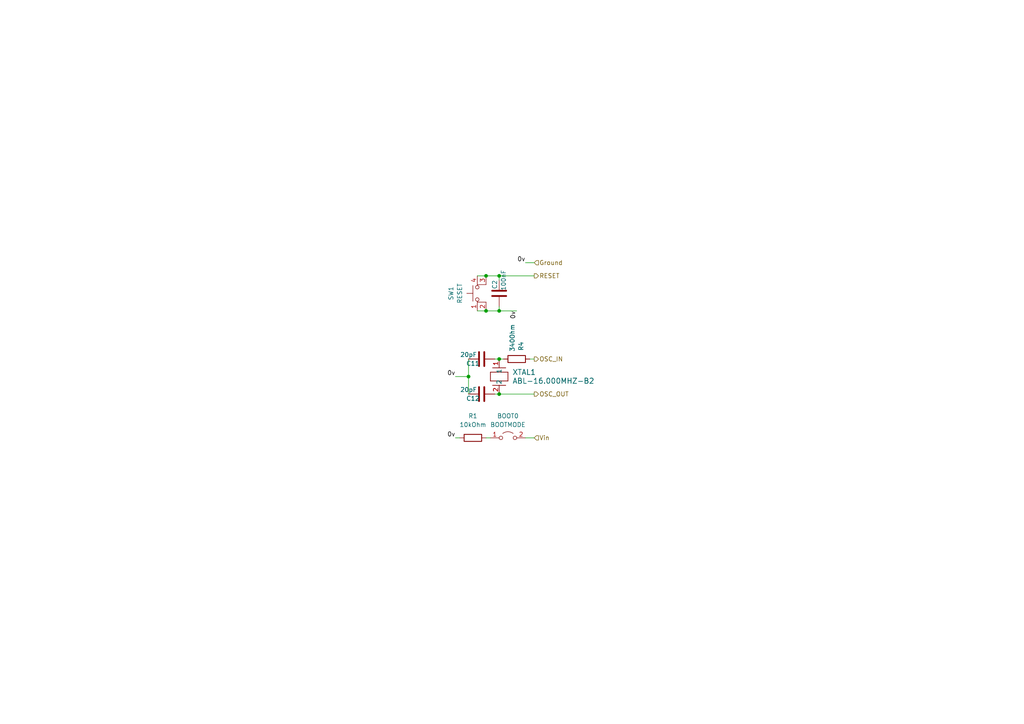
<source format=kicad_sch>
(kicad_sch (version 20230121) (generator eeschema)
  (paper "A4")
  (title_block (title "Oscillator and reset assembly") (rev "1.1"))
  (lib_symbols
    (symbol "ABL-16.000MHZ-B1U-T:ABL-16.000MHZ-B2" (pin_names (offset 0.254))
      (property "Reference" "XTAL" (at 5.08 4.445 0))
      (property "Value" "ABL-16.000MHZ-B2" (at 5.08 -4.445 0))
      (symbol "ABL-16.000MHZ-B2_1_1"
        (polyline (pts (xy 2.54 -1.905) (xy 2.54 1.905)) (stroke (width 0.2032)))
        (polyline (pts (xy 3.81 -2.54) (xy 3.81 2.54)) (stroke (width 0.2032)))
        (polyline (pts (xy 3.81 2.54) (xy 6.35 2.54)) (stroke (width 0.2032)))
        (polyline (pts (xy 6.35 -2.54) (xy 3.81 -2.54)) (stroke (width 0.2032)))
        (polyline (pts (xy 6.35 2.54) (xy 6.35 -2.54)) (stroke (width 0.2032)))
        (polyline (pts (xy 7.62 -1.905) (xy 7.62 1.905)) (stroke (width 0.2032)))
        (pin unspecified line (at 0 0 0) (length 2.54) (name "1") (number "1"))
        (pin unspecified line (at 10.16 0 180) (length 2.54) (name "2") (number "2"))
      )
      (symbol "ABL-16.000MHZ-B2_1_2"
        (polyline (pts (xy -2.54 3.81) (xy -2.54 6.35)) (stroke (width 0.2032)))
        (polyline (pts (xy -2.54 6.35) (xy 2.54 6.35)) (stroke (width 0.2032)))
        (polyline (pts (xy 1.905 2.54) (xy -1.905 2.54)) (stroke (width 0.2032)))
        (polyline (pts (xy 1.905 7.62) (xy -1.905 7.62)) (stroke (width 0.2032)))
        (polyline (pts (xy 2.54 3.81) (xy -2.54 3.81)) (stroke (width 0.2032)))
        (polyline (pts (xy 2.54 6.35) (xy 2.54 3.81)) (stroke (width 0.2032)))
        (pin unspecified line (at 0 0 90) (length 2.54) (name "1") (number "1"))
        (pin unspecified line (at 0 10.16 270) (length 2.54) (name "2") (number "2"))
      )
    )
    (symbol "Device:C" (pin_numbers hide) (pin_names (offset 0.254))
      (property "Reference" "C" (at 0.635 2.54 0))
      (property "Value" "C" (at 0.635 -2.54 0))
      (symbol "C_0_1"
        (polyline (pts (xy -2.032 -0.762) (xy 2.032 -0.762)) (stroke (width 0.508)))
        (polyline (pts (xy -2.032 0.762) (xy 2.032 0.762)) (stroke (width 0.508)))
      )
      (symbol "C_1_1"
        (pin passive line (at 0 3.81 270) (length 2.794) (name "~") (number "1"))
        (pin passive line (at 0 -3.81 90) (length 2.794) (name "~") (number "2"))
      )
    )
    (symbol "Device:R" (pin_numbers hide) (pin_names (offset 0))
      (property "Reference" "R" (at 2.032 0 90))
      (property "Value" "R" (at 0 0 90))
      (symbol "R_0_1"
        (rectangle (start -1.016 -2.54) (end 1.016 2.54) (stroke (width 0.254)))
      )
      (symbol "R_1_1"
        (pin passive line (at 0 3.81 270) (length 1.27) (name "~") (number "1"))
        (pin passive line (at 0 -3.81 90) (length 1.27) (name "~") (number "2"))
      )
    )
    (symbol "Jumper:Jumper_2_Open" (pin_names (offset 0) hide)
      (property "Reference" "JP" (at 0 2.794 0))
      (property "Value" "Jumper_2_Open" (at 0 -2.286 0))
      (symbol "Jumper_2_Open_0_0"
        (circle (center -2.032 0) (radius 0.508))
        (circle (center 2.032 0) (radius 0.508))
      )
      (symbol "Jumper_2_Open_0_1"
        (arc (start 1.524 1.27) (mid 0 1.778) (end -1.524 1.27))
      )
      (symbol "Jumper_2_Open_1_1"
        (pin passive line (at -5.08 0 0) (length 2.54) (name "A") (number "1"))
        (pin passive line (at 5.08 0 180) (length 2.54) (name "B") (number "2"))
      )
    )
    (symbol "Switch:SW_MEC_5E" (pin_names (offset 1.016) hide)
      (property "Reference" "SW" (at 0.635 5.715 0))
      (property "Value" "SW_MEC_5E" (at 0 -3.175 0))
      (symbol "SW_MEC_5E_0_1"
        (circle (center -1.778 2.54) (radius 0.508))
        (polyline (pts (xy -2.286 3.81) (xy 2.286 3.81)))
        (polyline (pts (xy 0 3.81) (xy 0 5.588)))
        (polyline (pts (xy -2.54 0) (xy -2.54 2.54) (xy -2.286 2.54)))
        (polyline (pts (xy 2.54 0) (xy 2.54 2.54) (xy 2.286 2.54)))
        (circle (center 1.778 2.54) (radius 0.508))
        (pin passive line (at -5.08 2.54 0) (length 2.54) (name "1") (number "1"))
        (pin passive line (at -5.08 0 0) (length 2.54) (name "2") (number "2"))
        (pin passive line (at 5.08 0 180) (length 2.54) (name "K") (number "3"))
        (pin passive line (at 5.08 2.54 180) (length 2.54) (name "A") (number "4"))
      )
    )
  )
  (junction (at 144.78 90.17))
  (junction (at 135.89 109.22))
  (junction (at 140.97 80.01))
  (junction (at 144.78 114.3))
  (junction (at 144.78 104.14))
  (junction (at 140.97 90.17))
  (junction (at 144.78 80.01))
  (wire (pts (xy 144.78 88.9) (xy 144.78 90.17)))
  (wire (pts (xy 138.43 90.17) (xy 140.97 90.17)))
  (wire (pts (xy 144.78 114.3) (xy 154.94 114.3)))
  (wire (pts (xy 143.51 104.14) (xy 144.78 104.14)))
  (wire (pts (xy 142.24 127) (xy 140.97 127)))
  (wire (pts (xy 154.94 104.14) (xy 153.67 104.14)))
  (wire (pts (xy 138.43 80.01) (xy 140.97 80.01)))
  (wire (pts (xy 135.89 104.14) (xy 135.89 109.22)))
  (wire (pts (xy 135.89 109.22) (xy 135.89 114.3)))
  (wire (pts (xy 144.78 81.28) (xy 144.78 80.01)))
  (wire (pts (xy 143.51 114.3) (xy 144.78 114.3)))
  (wire (pts (xy 144.78 80.01) (xy 140.97 80.01)))
  (wire (pts (xy 152.4 76.2) (xy 154.94 76.2)))
  (wire (pts (xy 152.4 127) (xy 154.94 127)))
  (wire (pts (xy 144.78 104.14) (xy 146.05 104.14)))
  (wire (pts (xy 144.78 90.17) (xy 149.86 90.17)))
  (wire (pts (xy 154.94 80.01) (xy 144.78 80.01)))
  (wire (pts (xy 135.89 109.22) (xy 132.08 109.22)))
  (wire (pts (xy 144.78 90.17) (xy 140.97 90.17)))
  (wire (pts (xy 132.08 127) (xy 133.35 127)))
  (label "0v" (at 132.08 109.22 180))
  (label "0v" (at 152.4 76.2 180))
  (label "0v" (at 149.86 90.17 270))
  (label "0v" (at 132.08 127 180))
  (hierarchical_label "Ground" (shape input) (at 154.94 76.2 0))
  (hierarchical_label "OSC_IN" (shape output) (at 154.94 104.14 0))
  (hierarchical_label "OSC_OUT" (shape output) (at 154.94 114.3 0))
  (hierarchical_label "Vin" (shape input) (at 154.94 127 0))
  (hierarchical_label "RESET" (shape output) (at 154.94 80.01 0))
  (symbol (lib_id "Device:C") (at 144.78 85.09 180) (unit 1)
    (property "Reference" "C2" (at 143.51 82.55 90))
    (property "Value" "100nF" (at 146.05 81.28 90))
    (property "Footprint" "Capacitor_SMD:C_0603_1608Metric" (effects hide))
    (instances (project "shoulder" (path "" (reference "C2") (unit 1))) (project "shoulder" (path "" (reference "C5") (unit 1))))
  )
  (symbol (lib_id "Switch:SW_MEC_5E") (at 140.97 85.09 90) (unit 1)
    (property "Reference" "SW1" (at 130.81 85.09 0))
    (property "Value" "RESET" (at 133.35 85.09 0))
    (property "Footprint" "Button_Switch_SMD:SW_Push_1P1T_NO_CK_KSC6xxJ" (effects hide))
    (property "Datasheet" "http://www.apem.com/int/index.php?controller=attachment&id_attachment=1371" (effects hide))
  )
  (symbol (lib_id "Device:R") (at 149.86 104.14 270) (unit 1)
    (property "Reference" "R4" (at 151.13 99.06 0) (effects (justify left)))
    (property "Value" "340Ohm" (at 148.59 93.98 0) (effects (justify left)))
    (property "Footprint" "Resistor_SMD:R_0805_2012Metric" (effects hide))
    (instances (project "shoulder" (path "" (reference "R4") (unit 1))) (project "shoulder" (path "" (reference "R6") (unit 1))))
  )
  (symbol (lib_id "Device:R") (at 137.16 127 90) (unit 1)
    (property "Reference" "R1" (at 137.16 120.65 90))
    (property "Value" "10kOhm" (at 137.16 123.19 90))
    (property "Footprint" "Resistor_SMD:R_0805_2012Metric" (effects hide))
    (instances (project "shoulder" (path "" (reference "R1") (unit 1))) (project "shoulder" (path "" (reference "R7") (unit 1))))
  )
  (symbol (lib_id "Device:C") (at 139.7 104.14 270) (unit 1)
    (property "Reference" "C11" (at 137.16 105.41 90))
    (property "Value" "20pF" (at 135.89 102.87 90))
    (property "Footprint" "Capacitor_SMD:C_0603_1608Metric" (effects hide))
    (instances (project "shoulder" (path "" (reference "C11") (unit 1))) (project "shoulder" (path "" (reference "C6") (unit 1))))
  )
  (symbol (lib_id "ABL-16.000MHZ-B1U-T:ABL-16.000MHZ-B2") (at 144.78 104.14 270) (unit 1)
    (property "Reference" "XTAL1" (at 148.59 107.95 90) (effects (font (size 1.524 1.524)) (justify left)))
    (property "Value" "ABL-16.000MHZ-B2" (at 148.59 110.49 90) (effects (font (size 1.524 1.524)) (justify left)))
    (property "Footprint" "ABL-16.000MHZ-B1U-T:XTAL_ABL-16_ABR" (effects hide))
    (property "Datasheet" "ABL-16.000MHZ-B2" (effects hide))
  )
  (symbol (lib_id "Device:C") (at 139.7 114.3 270) (unit 1)
    (property "Reference" "C12" (at 137.16 115.57 90))
    (property "Value" "20pF" (at 135.89 113.03 90))
    (property "Footprint" "Capacitor_SMD:C_0603_1608Metric" (effects hide))
    (instances (project "shoulder" (path "" (reference "C12") (unit 1))) (project "shoulder" (path "" (reference "C7") (unit 1))))
  )
  (symbol (lib_id "Jumper:Jumper_2_Open") (at 147.32 127 0) (unit 1)
    (property "Reference" "BOOT0" (at 147.32 120.65 0))
    (property "Value" "BOOTMODE" (at 147.32 123.19 0))
    (property "Footprint" "Connector_PinHeader_2.54mm:PinHeader_1x02_P2.54mm_Vertical" (effects hide))
    (instances (project "shoulder" (path "" (reference "BOOT0") (unit 1))) (project "shoulder" (path "" (reference "BOOT1") (unit 1))))
  )
)
</source>
